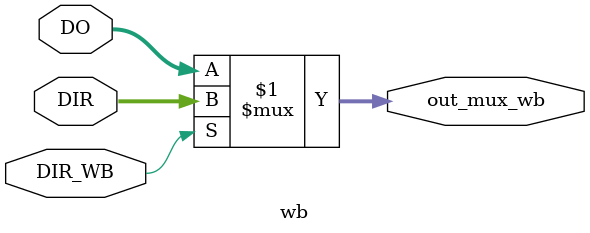
<source format=v>
`timescale 1ns / 1ps


module wb(
  input DIR_WB,
  input [31:0] DO,DIR,
  output [31:0] out_mux_wb);


  assign out_mux_wb = DIR_WB ? DIR : DO;


endmodule
</source>
